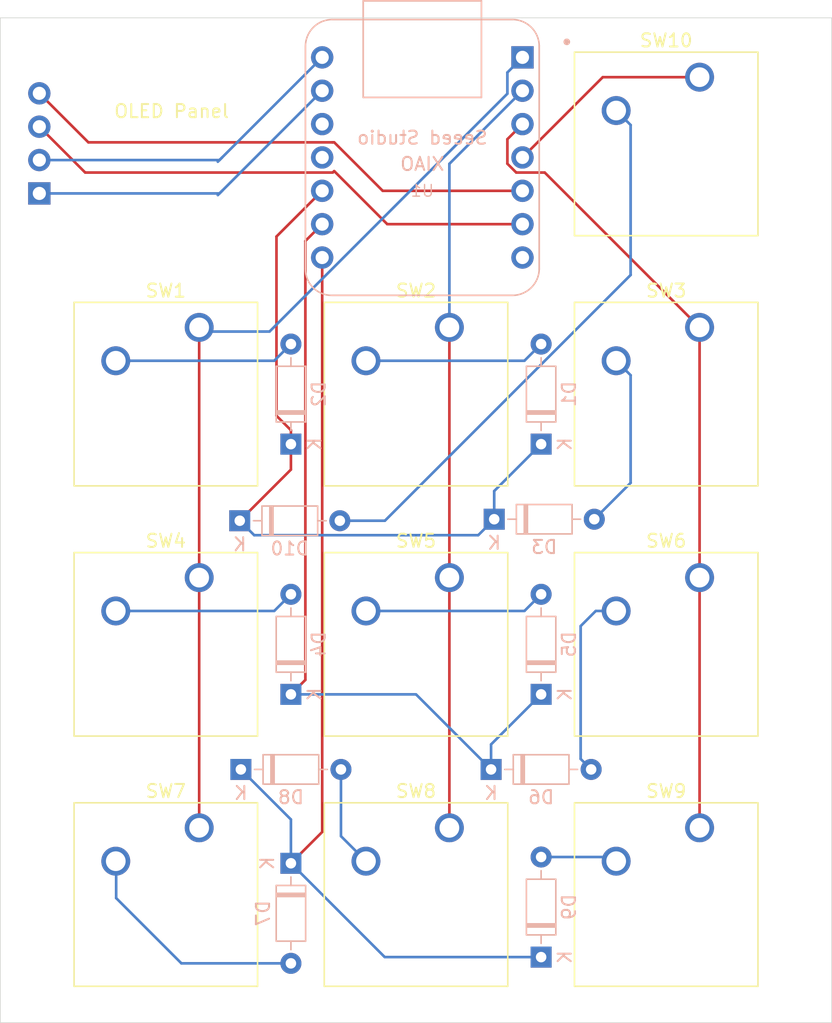
<source format=kicad_pcb>
(kicad_pcb (version 20240108) (generator "pcbnew") (generator_version "8.0")
  (layers (0 "F.Cu" signal) (31 "B.Cu" signal) (34 "B.Paste" user) (35 "F.Paste" user) (36 "B.SilkS" user "B.Silkscreen") (37 "F.SilkS" user "F.Silkscreen") (38 "B.Mask" user) (39 "F.Mask" user) (44 "Edge.Cuts" user))
  (net 0 "")
  (net 1 "Net-(D1-A)")
  (net 2 "Net-(D2-A)")
  (net 3 "Net-(D3-A)")
  (net 4 "Net-(D4-A)")
  (net 5 "Net-(D5-A)")
  (net 6 "Net-(D6-A)")
  (net 7 "Net-(D7-A)")
  (net 8 "Net-(D8-A)")
  (net 9 "Net-(D9-A)")
  (net 10 "VCC")
  (net 11 "GND")
  (net 12 "SCL")
  (net 13 "SDA")
  (net 14 "SW_10")
  (net 15 "ROW0")
  (net 18 "ROW2")
  (net 19 "COL1")
  (net 20 "ROW1")
  (net 21 "COL0")
  (net 22 "COL2")
  (net 23 "COL3")
  (footprint "Button_Switch_Keyboard:SW_Cherry_MX_1.00u_PCB" (layer "F.Cu") (at 40.64 71.12)
    (property "Reference" "SW4" (at -2.54 -2.794 0) (layer "F.SilkS"))
    (property "Value" "SW_Push_45deg")
    (fp_line (start -9.525 -1.905) (end 4.445 -1.905) (stroke (width 0.12)) (layer "F.SilkS"))
    (fp_line (start -9.525 12.065) (end -9.525 -1.905) (stroke (width 0.12)) (layer "F.SilkS"))
    (fp_line (start 4.445 -1.905) (end 4.445 12.065) (stroke (width 0.12)) (layer "F.SilkS"))
    (fp_line (start 4.445 12.065) (end -9.525 12.065) (stroke (width 0.12)) (layer "F.SilkS"))
    (pad "" np_thru_hole circle (at -7.62 5.08) (size 1.7 1.7) (drill 1.7) (layers "*.Cu" "*.Mask"))
    (pad "" np_thru_hole circle (at -2.54 5.08) (size 4 4) (drill 4) (layers "*.Cu" "*.Mask"))
    (pad "" np_thru_hole circle (at 2.54 5.08) (size 1.7 1.7) (drill 1.7) (layers "*.Cu" "*.Mask"))
    (pad "1" thru_hole circle (at 0 0) (size 2.2 2.2) (drill 1.5) (layers "*.Cu" "*.Mask") (net 21 "COL0"))
    (pad "2" thru_hole circle (at -6.35 2.54) (size 2.2 2.2) (drill 1.5) (layers "*.Cu" "*.Mask") (net 4 "Net-(D4-A)"))
  )
  (footprint "Button_Switch_Keyboard:SW_Cherry_MX_1.00u_PCB" (layer "F.Cu") (at 78.74 33.02)
    (property "Reference" "SW10" (at -2.54 -2.794 0) (layer "F.SilkS"))
    (property "Value" "SW_Push")
    (fp_line (start -9.525 -1.905) (end 4.445 -1.905) (stroke (width 0.12)) (layer "F.SilkS"))
    (fp_line (start -9.525 12.065) (end -9.525 -1.905) (stroke (width 0.12)) (layer "F.SilkS"))
    (fp_line (start 4.445 -1.905) (end 4.445 12.065) (stroke (width 0.12)) (layer "F.SilkS"))
    (fp_line (start 4.445 12.065) (end -9.525 12.065) (stroke (width 0.12)) (layer "F.SilkS"))
    (pad "" np_thru_hole circle (at -7.62 5.08) (size 1.7 1.7) (drill 1.7) (layers "*.Cu" "*.Mask"))
    (pad "" np_thru_hole circle (at -2.54 5.08) (size 4 4) (drill 4) (layers "*.Cu" "*.Mask"))
    (pad "" np_thru_hole circle (at 2.54 5.08) (size 1.7 1.7) (drill 1.7) (layers "*.Cu" "*.Mask"))
    (pad "1" thru_hole circle (at 0 0) (size 2.2 2.2) (drill 1.5) (layers "*.Cu" "*.Mask") (net 23 "COL3"))
    (pad "2" thru_hole circle (at -6.35 2.54) (size 2.2 2.2) (drill 1.5) (layers "*.Cu" "*.Mask") (net 14 "SW_10"))
  )
  (footprint "Button_Switch_Keyboard:SW_Cherry_MX_1.00u_PCB" (layer "F.Cu") (at 78.74 90.17)
    (property "Reference" "SW9" (at -2.54 -2.794 0) (layer "F.SilkS"))
    (property "Value" "SW_Push_45deg")
    (fp_line (start -9.525 -1.905) (end 4.445 -1.905) (stroke (width 0.12)) (layer "F.SilkS"))
    (fp_line (start -9.525 12.065) (end -9.525 -1.905) (stroke (width 0.12)) (layer "F.SilkS"))
    (fp_line (start 4.445 -1.905) (end 4.445 12.065) (stroke (width 0.12)) (layer "F.SilkS"))
    (fp_line (start 4.445 12.065) (end -9.525 12.065) (stroke (width 0.12)) (layer "F.SilkS"))
    (pad "" np_thru_hole circle (at -7.62 5.08) (size 1.7 1.7) (drill 1.7) (layers "*.Cu" "*.Mask"))
    (pad "" np_thru_hole circle (at -2.54 5.08) (size 4 4) (drill 4) (layers "*.Cu" "*.Mask"))
    (pad "" np_thru_hole circle (at 2.54 5.08) (size 1.7 1.7) (drill 1.7) (layers "*.Cu" "*.Mask"))
    (pad "1" thru_hole circle (at 0 0) (size 2.2 2.2) (drill 1.5) (layers "*.Cu" "*.Mask") (net 22 "COL2"))
    (pad "2" thru_hole circle (at -6.35 2.54) (size 2.2 2.2) (drill 1.5) (layers "*.Cu" "*.Mask") (net 9 "Net-(D9-A)"))
  )
  (footprint "seeed studio XIAO series local:SSD1306-0.91-OLED-4pin-128x32" (layer "F.Cu") (at 64.97 44.06 180)
    (property "Reference" "J1" (hide yes))
    (property "Value" "OLED_DISPLAY")
    (fp_text user "OLED Panel" (at 26.43 8.45 180) (layer "F.SilkS"))
    (pad "1" thru_hole rect (at 36.5 2.19 180) (size 1.7 1.7) (drill 1) (layers "*.Cu" "*.Mask") (net 11 "GND"))
    (pad "2" thru_hole oval (at 36.5 4.73 180) (size 1.7 1.7) (drill 1) (layers "*.Cu" "*.Mask") (net 10 "VCC"))
    (pad "3" thru_hole oval (at 36.5 7.27 180) (size 1.7 1.7) (drill 1) (layers "*.Cu" "*.Mask") (net 12 "SCL"))
    (pad "4" thru_hole oval (at 36.5 9.81 180) (size 1.7 1.7) (drill 1) (layers "*.Cu" "*.Mask") (net 13 "SDA"))
  )
  (footprint "Button_Switch_Keyboard:SW_Cherry_MX_1.00u_PCB" (layer "F.Cu") (at 40.64 90.17)
    (property "Reference" "SW7" (at -2.54 -2.794 0) (layer "F.SilkS"))
    (property "Value" "SW_Push_45deg")
    (fp_line (start -9.525 -1.905) (end 4.445 -1.905) (stroke (width 0.12)) (layer "F.SilkS"))
    (fp_line (start -9.525 12.065) (end -9.525 -1.905) (stroke (width 0.12)) (layer "F.SilkS"))
    (fp_line (start 4.445 -1.905) (end 4.445 12.065) (stroke (width 0.12)) (layer "F.SilkS"))
    (fp_line (start 4.445 12.065) (end -9.525 12.065) (stroke (width 0.12)) (layer "F.SilkS"))
    (pad "" np_thru_hole circle (at -7.62 5.08) (size 1.7 1.7) (drill 1.7) (layers "*.Cu" "*.Mask"))
    (pad "" np_thru_hole circle (at -2.54 5.08) (size 4 4) (drill 4) (layers "*.Cu" "*.Mask"))
    (pad "" np_thru_hole circle (at 2.54 5.08) (size 1.7 1.7) (drill 1.7) (layers "*.Cu" "*.Mask"))
    (pad "1" thru_hole circle (at 0 0) (size 2.2 2.2) (drill 1.5) (layers "*.Cu" "*.Mask") (net 21 "COL0"))
    (pad "2" thru_hole circle (at -6.35 2.54) (size 2.2 2.2) (drill 1.5) (layers "*.Cu" "*.Mask") (net 7 "Net-(D7-A)"))
  )
  (footprint "Button_Switch_Keyboard:SW_Cherry_MX_1.00u_PCB" (layer "F.Cu") (at 59.69 90.17)
    (property "Reference" "SW8" (at -2.54 -2.794 0) (layer "F.SilkS"))
    (property "Value" "SW_Push_45deg")
    (fp_line (start -9.525 -1.905) (end 4.445 -1.905) (stroke (width 0.12)) (layer "F.SilkS"))
    (fp_line (start -9.525 12.065) (end -9.525 -1.905) (stroke (width 0.12)) (layer "F.SilkS"))
    (fp_line (start 4.445 -1.905) (end 4.445 12.065) (stroke (width 0.12)) (layer "F.SilkS"))
    (fp_line (start 4.445 12.065) (end -9.525 12.065) (stroke (width 0.12)) (layer "F.SilkS"))
    (pad "" np_thru_hole circle (at -7.62 5.08) (size 1.7 1.7) (drill 1.7) (layers "*.Cu" "*.Mask"))
    (pad "" np_thru_hole circle (at -2.54 5.08) (size 4 4) (drill 4) (layers "*.Cu" "*.Mask"))
    (pad "" np_thru_hole circle (at 2.54 5.08) (size 1.7 1.7) (drill 1.7) (layers "*.Cu" "*.Mask"))
    (pad "1" thru_hole circle (at 0 0) (size 2.2 2.2) (drill 1.5) (layers "*.Cu" "*.Mask") (net 19 "COL1"))
    (pad "2" thru_hole circle (at -6.35 2.54) (size 2.2 2.2) (drill 1.5) (layers "*.Cu" "*.Mask") (net 8 "Net-(D8-A)"))
  )
  (footprint "Button_Switch_Keyboard:SW_Cherry_MX_1.00u_PCB" (layer "F.Cu") (at 78.74 52.07)
    (property "Reference" "SW3" (at -2.54 -2.794 0) (layer "F.SilkS"))
    (property "Value" "SW_Push_45deg")
    (fp_line (start -9.525 -1.905) (end 4.445 -1.905) (stroke (width 0.12)) (layer "F.SilkS"))
    (fp_line (start -9.525 12.065) (end -9.525 -1.905) (stroke (width 0.12)) (layer "F.SilkS"))
    (fp_line (start 4.445 -1.905) (end 4.445 12.065) (stroke (width 0.12)) (layer "F.SilkS"))
    (fp_line (start 4.445 12.065) (end -9.525 12.065) (stroke (width 0.12)) (layer "F.SilkS"))
    (pad "" np_thru_hole circle (at -7.62 5.08) (size 1.7 1.7) (drill 1.7) (layers "*.Cu" "*.Mask"))
    (pad "" np_thru_hole circle (at -2.54 5.08) (size 4 4) (drill 4) (layers "*.Cu" "*.Mask"))
    (pad "" np_thru_hole circle (at 2.54 5.08) (size 1.7 1.7) (drill 1.7) (layers "*.Cu" "*.Mask"))
    (pad "1" thru_hole circle (at 0 0) (size 2.2 2.2) (drill 1.5) (layers "*.Cu" "*.Mask") (net 22 "COL2"))
    (pad "2" thru_hole circle (at -6.35 2.54) (size 2.2 2.2) (drill 1.5) (layers "*.Cu" "*.Mask") (net 3 "Net-(D3-A)"))
  )
  (footprint "Button_Switch_Keyboard:SW_Cherry_MX_1.00u_PCB" (layer "F.Cu") (at 78.74 71.12)
    (property "Reference" "SW6" (at -2.54 -2.794 0) (layer "F.SilkS"))
    (property "Value" "SW_Push_45deg")
    (fp_line (start -9.525 -1.905) (end 4.445 -1.905) (stroke (width 0.12)) (layer "F.SilkS"))
    (fp_line (start -9.525 12.065) (end -9.525 -1.905) (stroke (width 0.12)) (layer "F.SilkS"))
    (fp_line (start 4.445 -1.905) (end 4.445 12.065) (stroke (width 0.12)) (layer "F.SilkS"))
    (fp_line (start 4.445 12.065) (end -9.525 12.065) (stroke (width 0.12)) (layer "F.SilkS"))
    (pad "" np_thru_hole circle (at -7.62 5.08) (size 1.7 1.7) (drill 1.7) (layers "*.Cu" "*.Mask"))
    (pad "" np_thru_hole circle (at -2.54 5.08) (size 4 4) (drill 4) (layers "*.Cu" "*.Mask"))
    (pad "" np_thru_hole circle (at 2.54 5.08) (size 1.7 1.7) (drill 1.7) (layers "*.Cu" "*.Mask"))
    (pad "1" thru_hole circle (at 0 0) (size 2.2 2.2) (drill 1.5) (layers "*.Cu" "*.Mask") (net 22 "COL2"))
    (pad "2" thru_hole circle (at -6.35 2.54) (size 2.2 2.2) (drill 1.5) (layers "*.Cu" "*.Mask") (net 6 "Net-(D6-A)"))
  )
  (footprint "Button_Switch_Keyboard:SW_Cherry_MX_1.00u_PCB" (layer "F.Cu") (at 59.69 52.07)
    (property "Reference" "SW2" (at -2.54 -2.794 0) (layer "F.SilkS"))
    (property "Value" "SW_Push_45deg")
    (fp_line (start -9.525 -1.905) (end 4.445 -1.905) (stroke (width 0.12)) (layer "F.SilkS"))
    (fp_line (start -9.525 12.065) (end -9.525 -1.905) (stroke (width 0.12)) (layer "F.SilkS"))
    (fp_line (start 4.445 -1.905) (end 4.445 12.065) (stroke (width 0.12)) (layer "F.SilkS"))
    (fp_line (start 4.445 12.065) (end -9.525 12.065) (stroke (width 0.12)) (layer "F.SilkS"))
    (pad "" np_thru_hole circle (at -7.62 5.08) (size 1.7 1.7) (drill 1.7) (layers "*.Cu" "*.Mask"))
    (pad "" np_thru_hole circle (at -2.54 5.08) (size 4 4) (drill 4) (layers "*.Cu" "*.Mask"))
    (pad "" np_thru_hole circle (at 2.54 5.08) (size 1.7 1.7) (drill 1.7) (layers "*.Cu" "*.Mask"))
    (pad "1" thru_hole circle (at 0 0) (size 2.2 2.2) (drill 1.5) (layers "*.Cu" "*.Mask") (net 19 "COL1"))
    (pad "2" thru_hole circle (at -6.35 2.54) (size 2.2 2.2) (drill 1.5) (layers "*.Cu" "*.Mask") (net 1 "Net-(D1-A)"))
  )
  (footprint "Button_Switch_Keyboard:SW_Cherry_MX_1.00u_PCB" (layer "F.Cu") (at 59.69 71.12)
    (property "Reference" "SW5" (at -2.54 -2.794 0) (layer "F.SilkS"))
    (property "Value" "SW_Push_45deg")
    (fp_line (start -9.525 -1.905) (end 4.445 -1.905) (stroke (width 0.12)) (layer "F.SilkS"))
    (fp_line (start -9.525 12.065) (end -9.525 -1.905) (stroke (width 0.12)) (layer "F.SilkS"))
    (fp_line (start 4.445 -1.905) (end 4.445 12.065) (stroke (width 0.12)) (layer "F.SilkS"))
    (fp_line (start 4.445 12.065) (end -9.525 12.065) (stroke (width 0.12)) (layer "F.SilkS"))
    (pad "" np_thru_hole circle (at -7.62 5.08) (size 1.7 1.7) (drill 1.7) (layers "*.Cu" "*.Mask"))
    (pad "" np_thru_hole circle (at -2.54 5.08) (size 4 4) (drill 4) (layers "*.Cu" "*.Mask"))
    (pad "" np_thru_hole circle (at 2.54 5.08) (size 1.7 1.7) (drill 1.7) (layers "*.Cu" "*.Mask"))
    (pad "1" thru_hole circle (at 0 0) (size 2.2 2.2) (drill 1.5) (layers "*.Cu" "*.Mask") (net 19 "COL1"))
    (pad "2" thru_hole circle (at -6.35 2.54) (size 2.2 2.2) (drill 1.5) (layers "*.Cu" "*.Mask") (net 5 "Net-(D5-A)"))
  )
  (footprint "Button_Switch_Keyboard:SW_Cherry_MX_1.00u_PCB" (layer "F.Cu") (at 40.64 52.07)
    (property "Reference" "SW1" (at -2.54 -2.794 0) (layer "F.SilkS"))
    (property "Value" "SW_Push_45deg")
    (fp_line (start -9.525 -1.905) (end 4.445 -1.905) (stroke (width 0.12)) (layer "F.SilkS"))
    (fp_line (start -9.525 12.065) (end -9.525 -1.905) (stroke (width 0.12)) (layer "F.SilkS"))
    (fp_line (start 4.445 -1.905) (end 4.445 12.065) (stroke (width 0.12)) (layer "F.SilkS"))
    (fp_line (start 4.445 12.065) (end -9.525 12.065) (stroke (width 0.12)) (layer "F.SilkS"))
    (pad "" np_thru_hole circle (at -7.62 5.08) (size 1.7 1.7) (drill 1.7) (layers "*.Cu" "*.Mask"))
    (pad "" np_thru_hole circle (at -2.54 5.08) (size 4 4) (drill 4) (layers "*.Cu" "*.Mask"))
    (pad "" np_thru_hole circle (at 2.54 5.08) (size 1.7 1.7) (drill 1.7) (layers "*.Cu" "*.Mask"))
    (pad "1" thru_hole circle (at 0 0) (size 2.2 2.2) (drill 1.5) (layers "*.Cu" "*.Mask") (net 21 "COL0"))
    (pad "2" thru_hole circle (at -6.35 2.54) (size 2.2 2.2) (drill 1.5) (layers "*.Cu" "*.Mask") (net 2 "Net-(D2-A)"))
  )
  (footprint "Diode_THT:D_DO-35_SOD27_P7.62mm_Horizontal" (layer "B.Cu") (at 66.675 80.01 90)
    (property "Reference" "D5" (at 3.81 2.12 90) (layer "B.SilkS") (effects (justify mirror)))
    (property "Value" "1N4148")
    (fp_line (start 5.93 -1.12) (end 1.69 -1.12) (stroke (width 0.12)) (layer "B.SilkS"))
    (fp_line (start 2.53 -1.12) (end 2.53 1.12) (stroke (width 0.12)) (layer "B.SilkS"))
    (fp_line (start 2.41 -1.12) (end 2.41 1.12) (stroke (width 0.12)) (layer "B.SilkS"))
    (fp_line (start 2.29 -1.12) (end 2.29 1.12) (stroke (width 0.12)) (layer "B.SilkS"))
    (fp_line (start 1.69 -1.12) (end 1.69 1.12) (stroke (width 0.12)) (layer "B.SilkS"))
    (fp_line (start 5.93 0) (end 6.58 0) (stroke (width 0.12)) (layer "B.SilkS"))
    (fp_line (start 1.69 0) (end 1.04 0) (stroke (width 0.12)) (layer "B.SilkS"))
    (fp_line (start 5.93 1.12) (end 5.93 -1.12) (stroke (width 0.12)) (layer "B.SilkS"))
    (fp_line (start 1.69 1.12) (end 5.93 1.12) (stroke (width 0.12)) (layer "B.SilkS"))
    (fp_text user "K" (at 0 1.8 90) (layer "B.SilkS") (effects (justify mirror)))
    (pad "1" thru_hole rect (at 0 0 90) (size 1.6 1.6) (drill 0.8) (layers "*.Cu" "*.Mask") (net 20 "ROW1"))
    (pad "2" thru_hole oval (at 7.62 0 90) (size 1.6 1.6) (drill 0.8) (layers "*.Cu" "*.Mask") (net 5 "Net-(D5-A)"))
  )
  (footprint "Diode_THT:D_DO-35_SOD27_P7.62mm_Horizontal" (layer "B.Cu") (at 43.815 85.725)
    (property "Reference" "D8" (at 3.81 2.12 0) (layer "B.SilkS") (effects (justify mirror)))
    (property "Value" "1N4148")
    (fp_line (start 1.69 -1.12) (end 1.69 1.12) (stroke (width 0.12)) (layer "B.SilkS"))
    (fp_line (start 1.69 0) (end 1.04 0) (stroke (width 0.12)) (layer "B.SilkS"))
    (fp_line (start 1.69 1.12) (end 5.93 1.12) (stroke (width 0.12)) (layer "B.SilkS"))
    (fp_line (start 2.29 -1.12) (end 2.29 1.12) (stroke (width 0.12)) (layer "B.SilkS"))
    (fp_line (start 2.41 -1.12) (end 2.41 1.12) (stroke (width 0.12)) (layer "B.SilkS"))
    (fp_line (start 2.53 -1.12) (end 2.53 1.12) (stroke (width 0.12)) (layer "B.SilkS"))
    (fp_line (start 5.93 -1.12) (end 1.69 -1.12) (stroke (width 0.12)) (layer "B.SilkS"))
    (fp_line (start 5.93 0) (end 6.58 0) (stroke (width 0.12)) (layer "B.SilkS"))
    (fp_line (start 5.93 1.12) (end 5.93 -1.12) (stroke (width 0.12)) (layer "B.SilkS"))
    (fp_text user "K" (at 0 1.8 0) (layer "B.SilkS") (effects (justify mirror)))
    (pad "1" thru_hole rect (at 0 0) (size 1.6 1.6) (drill 0.8) (layers "*.Cu" "*.Mask") (net 18 "ROW2"))
    (pad "2" thru_hole oval (at 7.62 0) (size 1.6 1.6) (drill 0.8) (layers "*.Cu" "*.Mask") (net 8 "Net-(D8-A)"))
  )
  (footprint "Diode_THT:D_DO-35_SOD27_P7.62mm_Horizontal" (layer "B.Cu") (at 66.675 100.0125 90)
    (property "Reference" "D9" (at 3.81 2.12 90) (layer "B.SilkS") (effects (justify mirror)))
    (property "Value" "1N4148")
    (fp_line (start 5.93 -1.12) (end 1.69 -1.12) (stroke (width 0.12)) (layer "B.SilkS"))
    (fp_line (start 2.53 -1.12) (end 2.53 1.12) (stroke (width 0.12)) (layer "B.SilkS"))
    (fp_line (start 2.41 -1.12) (end 2.41 1.12) (stroke (width 0.12)) (layer "B.SilkS"))
    (fp_line (start 2.29 -1.12) (end 2.29 1.12) (stroke (width 0.12)) (layer "B.SilkS"))
    (fp_line (start 1.69 -1.12) (end 1.69 1.12) (stroke (width 0.12)) (layer "B.SilkS"))
    (fp_line (start 5.93 0) (end 6.58 0) (stroke (width 0.12)) (layer "B.SilkS"))
    (fp_line (start 1.69 0) (end 1.04 0) (stroke (width 0.12)) (layer "B.SilkS"))
    (fp_line (start 5.93 1.12) (end 5.93 -1.12) (stroke (width 0.12)) (layer "B.SilkS"))
    (fp_line (start 1.69 1.12) (end 5.93 1.12) (stroke (width 0.12)) (layer "B.SilkS"))
    (fp_text user "K" (at 0 1.8 90) (layer "B.SilkS") (effects (justify mirror)))
    (pad "1" thru_hole rect (at 0 0 90) (size 1.6 1.6) (drill 0.8) (layers "*.Cu" "*.Mask") (net 18 "ROW2"))
    (pad "2" thru_hole oval (at 7.62 0 90) (size 1.6 1.6) (drill 0.8) (layers "*.Cu" "*.Mask") (net 9 "Net-(D9-A)"))
  )
  (footprint "Diode_THT:D_DO-35_SOD27_P7.62mm_Horizontal" (layer "B.Cu") (at 66.675 60.96 90)
    (property "Reference" "D1" (at 3.81 2.12 90) (layer "B.SilkS") (effects (justify mirror)))
    (property "Value" "1N4148")
    (fp_line (start 5.93 -1.12) (end 1.69 -1.12) (stroke (width 0.12)) (layer "B.SilkS"))
    (fp_line (start 2.53 -1.12) (end 2.53 1.12) (stroke (width 0.12)) (layer "B.SilkS"))
    (fp_line (start 2.41 -1.12) (end 2.41 1.12) (stroke (width 0.12)) (layer "B.SilkS"))
    (fp_line (start 2.29 -1.12) (end 2.29 1.12) (stroke (width 0.12)) (layer "B.SilkS"))
    (fp_line (start 1.69 -1.12) (end 1.69 1.12) (stroke (width 0.12)) (layer "B.SilkS"))
    (fp_line (start 5.93 0) (end 6.58 0) (stroke (width 0.12)) (layer "B.SilkS"))
    (fp_line (start 1.69 0) (end 1.04 0) (stroke (width 0.12)) (layer "B.SilkS"))
    (fp_line (start 5.93 1.12) (end 5.93 -1.12) (stroke (width 0.12)) (layer "B.SilkS"))
    (fp_line (start 1.69 1.12) (end 5.93 1.12) (stroke (width 0.12)) (layer "B.SilkS"))
    (fp_text user "K" (at 0 1.8 90) (layer "B.SilkS") (effects (justify mirror)))
    (pad "1" thru_hole rect (at 0 0 90) (size 1.6 1.6) (drill 0.8) (layers "*.Cu" "*.Mask") (net 15 "ROW0"))
    (pad "2" thru_hole oval (at 7.62 0 90) (size 1.6 1.6) (drill 0.8) (layers "*.Cu" "*.Mask") (net 1 "Net-(D1-A)"))
  )
  (footprint "Diode_THT:D_DO-35_SOD27_P7.62mm_Horizontal" (layer "B.Cu") (at 47.625 92.86875 -90)
    (property "Reference" "D7" (at 3.81 2.12 90) (layer "B.SilkS") (effects (justify mirror)))
    (property "Value" "1N4148")
    (fp_line (start 1.69 1.12) (end 5.93 1.12) (stroke (width 0.12)) (layer "B.SilkS"))
    (fp_line (start 5.93 1.12) (end 5.93 -1.12) (stroke (width 0.12)) (layer "B.SilkS"))
    (fp_line (start 1.69 0) (end 1.04 0) (stroke (width 0.12)) (layer "B.SilkS"))
    (fp_line (start 5.93 0) (end 6.58 0) (stroke (width 0.12)) (layer "B.SilkS"))
    (fp_line (start 1.69 -1.12) (end 1.69 1.12) (stroke (width 0.12)) (layer "B.SilkS"))
    (fp_line (start 2.29 -1.12) (end 2.29 1.12) (stroke (width 0.12)) (layer "B.SilkS"))
    (fp_line (start 2.41 -1.12) (end 2.41 1.12) (stroke (width 0.12)) (layer "B.SilkS"))
    (fp_line (start 2.53 -1.12) (end 2.53 1.12) (stroke (width 0.12)) (layer "B.SilkS"))
    (fp_line (start 5.93 -1.12) (end 1.69 -1.12) (stroke (width 0.12)) (layer "B.SilkS"))
    (fp_text user "K" (at 0 1.8 90) (layer "B.SilkS") (effects (justify mirror)))
    (pad "1" thru_hole rect (at 0 0 270) (size 1.6 1.6) (drill 0.8) (layers "*.Cu" "*.Mask") (net 18 "ROW2"))
    (pad "2" thru_hole oval (at 7.62 0 270) (size 1.6 1.6) (drill 0.8) (layers "*.Cu" "*.Mask") (net 7 "Net-(D7-A)"))
  )
  (footprint "Diode_THT:D_DO-35_SOD27_P7.62mm_Horizontal" (layer "B.Cu") (at 43.73 66.79)
    (property "Reference" "D10" (at 3.81 2.12 0) (layer "B.SilkS") (effects (justify mirror)))
    (property "Value" "1N4148")
    (fp_line (start 1.69 -1.12) (end 1.69 1.12) (stroke (width 0.12)) (layer "B.SilkS"))
    (fp_line (start 1.69 0) (end 1.04 0) (stroke (width 0.12)) (layer "B.SilkS"))
    (fp_line (start 1.69 1.12) (end 5.93 1.12) (stroke (width 0.12)) (layer "B.SilkS"))
    (fp_line (start 2.29 -1.12) (end 2.29 1.12) (stroke (width 0.12)) (layer "B.SilkS"))
    (fp_line (start 2.41 -1.12) (end 2.41 1.12) (stroke (width 0.12)) (layer "B.SilkS"))
    (fp_line (start 2.53 -1.12) (end 2.53 1.12) (stroke (width 0.12)) (layer "B.SilkS"))
    (fp_line (start 5.93 -1.12) (end 1.69 -1.12) (stroke (width 0.12)) (layer "B.SilkS"))
    (fp_line (start 5.93 0) (end 6.58 0) (stroke (width 0.12)) (layer "B.SilkS"))
    (fp_line (start 5.93 1.12) (end 5.93 -1.12) (stroke (width 0.12)) (layer "B.SilkS"))
    (fp_text user "K" (at 0 1.8 0) (layer "B.SilkS") (effects (justify mirror)))
    (pad "1" thru_hole rect (at 0 0) (size 1.6 1.6) (drill 0.8) (layers "*.Cu" "*.Mask") (net 15 "ROW0"))
    (pad "2" thru_hole oval (at 7.62 0) (size 1.6 1.6) (drill 0.8) (layers "*.Cu" "*.Mask") (net 14 "SW_10"))
  )
  (footprint "Diode_THT:D_DO-35_SOD27_P7.62mm_Horizontal" (layer "B.Cu") (at 63.103125 66.675)
    (property "Reference" "D3" (at 3.81 2.12 0) (layer "B.SilkS") (effects (justify mirror)))
    (property "Value" "1N4148")
    (fp_line (start 1.69 -1.12) (end 1.69 1.12) (stroke (width 0.12)) (layer "B.SilkS"))
    (fp_line (start 1.69 0) (end 1.04 0) (stroke (width 0.12)) (layer "B.SilkS"))
    (fp_line (start 1.69 1.12) (end 5.93 1.12) (stroke (width 0.12)) (layer "B.SilkS"))
    (fp_line (start 2.29 -1.12) (end 2.29 1.12) (stroke (width 0.12)) (layer "B.SilkS"))
    (fp_line (start 2.41 -1.12) (end 2.41 1.12) (stroke (width 0.12)) (layer "B.SilkS"))
    (fp_line (start 2.53 -1.12) (end 2.53 1.12) (stroke (width 0.12)) (layer "B.SilkS"))
    (fp_line (start 5.93 -1.12) (end 1.69 -1.12) (stroke (width 0.12)) (layer "B.SilkS"))
    (fp_line (start 5.93 0) (end 6.58 0) (stroke (width 0.12)) (layer "B.SilkS"))
    (fp_line (start 5.93 1.12) (end 5.93 -1.12) (stroke (width 0.12)) (layer "B.SilkS"))
    (fp_text user "K" (at 0 1.8 0) (layer "B.SilkS") (effects (justify mirror)))
    (pad "1" thru_hole rect (at 0 0) (size 1.6 1.6) (drill 0.8) (layers "*.Cu" "*.Mask") (net 15 "ROW0"))
    (pad "2" thru_hole oval (at 7.62 0) (size 1.6 1.6) (drill 0.8) (layers "*.Cu" "*.Mask") (net 3 "Net-(D3-A)"))
  )
  (footprint "Diode_THT:D_DO-35_SOD27_P7.62mm_Horizontal" (layer "B.Cu") (at 47.625 60.96 90)
    (property "Reference" "D2" (at 3.81 2.12 90) (layer "B.SilkS") (effects (justify mirror)))
    (property "Value" "1N4148")
    (fp_line (start 5.93 -1.12) (end 1.69 -1.12) (stroke (width 0.12)) (layer "B.SilkS"))
    (fp_line (start 2.53 -1.12) (end 2.53 1.12) (stroke (width 0.12)) (layer "B.SilkS"))
    (fp_line (start 2.41 -1.12) (end 2.41 1.12) (stroke (width 0.12)) (layer "B.SilkS"))
    (fp_line (start 2.29 -1.12) (end 2.29 1.12) (stroke (width 0.12)) (layer "B.SilkS"))
    (fp_line (start 1.69 -1.12) (end 1.69 1.12) (stroke (width 0.12)) (layer "B.SilkS"))
    (fp_line (start 5.93 0) (end 6.58 0) (stroke (width 0.12)) (layer "B.SilkS"))
    (fp_line (start 1.69 0) (end 1.04 0) (stroke (width 0.12)) (layer "B.SilkS"))
    (fp_line (start 5.93 1.12) (end 5.93 -1.12) (stroke (width 0.12)) (layer "B.SilkS"))
    (fp_line (start 1.69 1.12) (end 5.93 1.12) (stroke (width 0.12)) (layer "B.SilkS"))
    (fp_text user "K" (at 0 1.8 90) (layer "B.SilkS") (effects (justify mirror)))
    (pad "1" thru_hole rect (at 0 0 90) (size 1.6 1.6) (drill 0.8) (layers "*.Cu" "*.Mask") (net 15 "ROW0"))
    (pad "2" thru_hole oval (at 7.62 0 90) (size 1.6 1.6) (drill 0.8) (layers "*.Cu" "*.Mask") (net 2 "Net-(D2-A)"))
  )
  (footprint "Diode_THT:D_DO-35_SOD27_P7.62mm_Horizontal" (layer "B.Cu") (at 47.625 80.01 90)
    (property "Reference" "D4" (at 3.81 2.12 90) (layer "B.SilkS") (effects (justify mirror)))
    (property "Value" "1N4148")
    (fp_line (start 5.93 -1.12) (end 1.69 -1.12) (stroke (width 0.12)) (layer "B.SilkS"))
    (fp_line (start 2.53 -1.12) (end 2.53 1.12) (stroke (width 0.12)) (layer "B.SilkS"))
    (fp_line (start 2.41 -1.12) (end 2.41 1.12) (stroke (width 0.12)) (layer "B.SilkS"))
    (fp_line (start 2.29 -1.12) (end 2.29 1.12) (stroke (width 0.12)) (layer "B.SilkS"))
    (fp_line (start 1.69 -1.12) (end 1.69 1.12) (stroke (width 0.12)) (layer "B.SilkS"))
    (fp_line (start 5.93 0) (end 6.58 0) (stroke (width 0.12)) (layer "B.SilkS"))
    (fp_line (start 1.69 0) (end 1.04 0) (stroke (width 0.12)) (layer "B.SilkS"))
    (fp_line (start 5.93 1.12) (end 5.93 -1.12) (stroke (width 0.12)) (layer "B.SilkS"))
    (fp_line (start 1.69 1.12) (end 5.93 1.12) (stroke (width 0.12)) (layer "B.SilkS"))
    (fp_text user "K" (at 0 1.8 90) (layer "B.SilkS") (effects (justify mirror)))
    (pad "1" thru_hole rect (at 0 0 90) (size 1.6 1.6) (drill 0.8) (layers "*.Cu" "*.Mask") (net 20 "ROW1"))
    (pad "2" thru_hole oval (at 7.62 0 90) (size 1.6 1.6) (drill 0.8) (layers "*.Cu" "*.Mask") (net 4 "Net-(D4-A)"))
  )
  (footprint "seeed studio XIAO series local:XIAO-Generic-Thruhole-14P-2.54-21X17.8MM" (layer "B.Cu") (at 57.63125 39.131875 180)
    (property "Reference" "U1" (at 0 -2.54 0) (layer "B.SilkS") (effects (font (size 0.889 0.889) (thickness 0.1016)) (justify mirror)))
    (property "Value" "Seeed Studio XIAO SAMD21" (hide yes))
    (fp_line (start 8.9 8.5) (end 8.9 -8.5) (stroke (width 0.127)) (layer "B.SilkS"))
    (fp_line (start 6.9 -10.5) (end -6.9 -10.5) (stroke (width 0.127)) (layer "B.SilkS"))
    (fp_line (start 4.5 11.92403) (end -4.5 11.92403) (stroke (width 0.127)) (layer "B.SilkS"))
    (fp_line (start 4.5 4.57073) (end 4.5 11.92403) (stroke (width 0.127)) (layer "B.SilkS"))
    (fp_line (start -4.5 11.92403) (end -4.5 4.57073) (stroke (width 0.127)) (layer "B.SilkS"))
    (fp_line (start -4.5 4.57073) (end 4.5 4.57073) (stroke (width 0.127)) (layer "B.SilkS"))
    (fp_line (start -6.9 10.49909) (end 6.9 10.49909) (stroke (width 0.127)) (layer "B.SilkS"))
    (fp_line (start -8.9 -8.5) (end -8.9 8.5) (stroke (width 0.127)) (layer "B.SilkS"))
    (fp_arc (start 8.9 8.5) (mid 8.301492 9.901492) (end 6.9 10.5) (stroke (width 0.12)) (layer "B.SilkS"))
    (fp_arc (start 6.9 -10.5) (mid 8.314214 -9.914214) (end 8.9 -8.5) (stroke (width 0.12)) (layer "B.SilkS"))
    (fp_arc (start -6.9 10.5) (mid -8.301491 9.901491) (end -8.9 8.5) (stroke (width 0.12)) (layer "B.SilkS"))
    (fp_arc (start -8.9 -8.5) (mid -8.301423 -9.901423) (end -6.9 -10.5) (stroke (width 0.12)) (layer "B.SilkS"))
    (fp_circle (center -11 8.8) (end -11 9.054) (fill solid) (layer "B.SilkS"))
    (fp_poly (pts (xy -8.887715 8.561705) (xy -8.884667 8.610473) (xy -8.880603 8.659494)) (stroke (width 0.0254)) (fill none) (layer "B.SilkS"))
    (fp_poly (pts (xy 8.889492 -8.521574) (xy 8.887713 -8.57085) (xy 8.884665 -8.619618) (xy 8.880601 -8.668639) (xy 8.875268 -8.717407) (xy 8.868664 -8.766175) (xy 8.861044 -8.81469) (xy 8.852153 -8.86295) (xy 8.842248 -8.910955)) (stroke (width 0.0254)) (fill none) (layer "B.SilkS"))
    (fp_text user "XIAO" (at 0 -0.5 0) (layer "B.SilkS") (effects (justify mirror)))
    (fp_text user "Seeed Studio" (at 0 1.5 0) (layer "B.SilkS") (effects (justify mirror)))
    (pad "1" thru_hole rect (at -7.625 7.62 180) (size 1.7 1.7) (drill 1) (layers "*.Cu" "*.Mask") (net 21 "COL0"))
    (pad "2" thru_hole circle (at -7.625 5.08 180) (size 1.7 1.7) (drill 1) (layers "*.Cu" "*.Mask") (net 19 "COL1"))
    (pad "3" thru_hole circle (at -7.625 2.54 180) (size 1.7 1.7) (drill 1) (layers "*.Cu" "*.Mask") (net 22 "COL2"))
    (pad "4" thru_hole circle (at -7.625 0 180) (size 1.7 1.7) (drill 1) (layers "*.Cu" "*.Mask") (net 23 "COL3"))
    (pad "5" thru_hole circle (at -7.625 -2.54 180) (size 1.7 1.7) (drill 1) (layers "*.Cu" "*.Mask") (net 13 "SDA"))
    (pad "6" thru_hole circle (at -7.625 -5.08) (size 1.7 1.7) (drill 1) (layers "*.Cu" "*.Mask") (net 12 "SCL"))
    (pad "7" thru_hole circle (at -7.625 -7.62 180) (size 1.7 1.7) (drill 1) (layers "*.Cu" "*.Mask"))
    (pad "8" thru_hole circle (at 7.625 -7.62 180) (size 1.7 1.7) (drill 1) (layers "*.Cu" "*.Mask") (net 18 "ROW2"))
    (pad "9" thru_hole circle (at 7.625 -5.08 180) (size 1.7 1.7) (drill 1) (layers "*.Cu" "*.Mask") (net 20 "ROW1"))
    (pad "10" thru_hole circle (at 7.625 -2.54 180) (size 1.7 1.7) (drill 1) (layers "*.Cu" "*.Mask") (net 15 "ROW0"))
    (pad "11" thru_hole circle (at 7.625 0 180) (size 1.7 1.7) (drill 1) (layers "*.Cu" "*.Mask"))
    (pad "12" thru_hole circle (at 7.625 2.54 180) (size 1.7 1.7) (drill 1) (layers "*.Cu" "*.Mask"))
    (pad "13" thru_hole circle (at 7.625 5.08 180) (size 1.7 1.7) (drill 1) (layers "*.Cu" "*.Mask") (net 11 "GND"))
    (pad "14" thru_hole circle (at 7.625 7.62 180) (size 1.7 1.7) (drill 1) (layers "*.Cu" "*.Mask") (net 10 "VCC"))
  )
  (footprint "Diode_THT:D_DO-35_SOD27_P7.62mm_Horizontal" (layer "B.Cu") (at 62.865 85.725)
    (property "Reference" "D6" (at 3.81 2.12 0) (layer "B.SilkS") (effects (justify mirror)))
    (property "Value" "1N4148")
    (fp_line (start 1.69 -1.12) (end 1.69 1.12) (stroke (width 0.12)) (layer "B.SilkS"))
    (fp_line (start 1.69 0) (end 1.04 0) (stroke (width 0.12)) (layer "B.SilkS"))
    (fp_line (start 1.69 1.12) (end 5.93 1.12) (stroke (width 0.12)) (layer "B.SilkS"))
    (fp_line (start 2.29 -1.12) (end 2.29 1.12) (stroke (width 0.12)) (layer "B.SilkS"))
    (fp_line (start 2.41 -1.12) (end 2.41 1.12) (stroke (width 0.12)) (layer "B.SilkS"))
    (fp_line (start 2.53 -1.12) (end 2.53 1.12) (stroke (width 0.12)) (layer "B.SilkS"))
    (fp_line (start 5.93 -1.12) (end 1.69 -1.12) (stroke (width 0.12)) (layer "B.SilkS"))
    (fp_line (start 5.93 0) (end 6.58 0) (stroke (width 0.12)) (layer "B.SilkS"))
    (fp_line (start 5.93 1.12) (end 5.93 -1.12) (stroke (width 0.12)) (layer "B.SilkS"))
    (fp_text user "K" (at 0 1.8 0) (layer "B.SilkS") (effects (justify mirror)))
    (pad "1" thru_hole rect (at 0 0) (size 1.6 1.6) (drill 0.8) (layers "*.Cu" "*.Mask") (net 20 "ROW1"))
    (pad "2" thru_hole oval (at 7.62 0) (size 1.6 1.6) (drill 0.8) (layers "*.Cu" "*.Mask") (net 6 "Net-(D6-A)"))
  )
  (gr_rect (start 25.5 28.5) (end 88.8 105) (stroke (width 0.05)) (fill none) (layer "Edge.Cuts"))
  (segment (start 65.405 54.61) (end 66.675 53.34) (width 0.2) (layer "B.Cu") (net 1))
  (segment (start 53.34 54.61) (end 65.405 54.61) (width 0.2) (layer "B.Cu") (net 1))
  (segment (start 34.29 54.61) (end 46.355 54.61) (width 0.2) (layer "B.Cu") (net 2))
  (segment (start 46.355 54.61) (end 47.625 53.34) (width 0.2) (layer "B.Cu") (net 2))
  (segment (start 73.489999 63.908126) (end 73.489999 55.709999) (width 0.2) (layer "B.Cu") (net 3))
  (segment (start 70.723125 66.675) (end 73.489999 63.908126) (width 0.2) (layer "B.Cu") (net 3))
  (segment (start 73.489999 55.709999) (end 72.39 54.61) (width 0.2) (layer "B.Cu") (net 3))
  (segment (start 46.355 73.66) (end 47.625 72.39) (width 0.2) (layer "B.Cu") (net 4))
  (segment (start 34.29 73.66) (end 46.355 73.66) (width 0.2) (layer "B.Cu") (net 4))
  (segment (start 65.405 73.66) (end 53.34 73.66) (width 0.2) (layer "B.Cu") (net 5))
  (segment (start 66.675 72.39) (end 65.405 73.66) (width 0.2) (layer "B.Cu") (net 5))
  (segment (start 70.485 85.725) (end 69.685001 84.925001) (width 0.2) (layer "B.Cu") (net 6))
  (segment (start 70.834366 73.66) (end 72.39 73.66) (width 0.2) (layer "B.Cu") (net 6))
  (segment (start 69.685001 74.809365) (end 70.834366 73.66) (width 0.2) (layer "B.Cu") (net 6))
  (segment (start 69.685001 84.925001) (end 69.685001 74.809365) (width 0.2) (layer "B.Cu") (net 6))
  (segment (start 47.625 100.48875) (end 39.28875 100.48875) (width 0.2) (layer "B.Cu") (net 7))
  (segment (start 34.32 92.74) (end 34.29 92.71) (width 0.2) (layer "B.Cu") (net 7))
  (segment (start 39.28875 100.48875) (end 34.32 95.52) (width 0.2) (layer "B.Cu") (net 7))
  (segment (start 34.32 95.52) (end 34.32 92.74) (width 0.2) (layer "B.Cu") (net 7))
  (segment (start 51.435 85.725) (end 51.435 90.805) (width 0.2) (layer "B.Cu") (net 8))
  (segment (start 51.435 90.805) (end 53.34 92.71) (width 0.2) (layer "B.Cu") (net 8))
  (segment (start 72.0725 92.3925) (end 72.39 92.71) (width 0.2) (layer "B.Cu") (net 9))
  (segment (start 66.675 92.3925) (end 72.0725 92.3925) (width 0.2) (layer "B.Cu") (net 9))
  (segment (start 28.47 39.33) (end 42.188124 39.33) (width 0.2) (layer "B.Cu") (net 10))
  (segment (start 42.188124 39.33) (end 42.384062 39.134062) (width 0.2) (layer "B.Cu") (net 10))
  (segment (start 42.384062 39.134062) (end 50.00625 31.511875) (width 0.2) (layer "B.Cu") (net 10))
  (segment (start 42.058125 39.46) (end 42.384062 39.134062) (width 0.2) (layer "B.Cu") (net 10))
  (segment (start 42.394062 41.664062) (end 50.00625 34.051875) (width 0.2) (layer "B.Cu") (net 11))
  (segment (start 42.058125 42) (end 42.394062 41.664062) (width 0.2) (layer "B.Cu") (net 11))
  (segment (start 28.47 41.87) (end 42.188124 41.87) (width 0.2) (layer "B.Cu") (net 11))
  (segment (start 42.188124 41.87) (end 42.394062 41.664062) (width 0.2) (layer "B.Cu") (net 11))
  (segment (start 31.961875 40.281875) (end 50.808125 40.281875) (width 0.2) (layer "F.Cu") (net 12))
  (segment (start 28.47 36.79) (end 31.961875 40.281875) (width 0.2) (layer "F.Cu") (net 12))
  (segment (start 50.808125 40.281875) (end 50.92 40.17) (width 0.2) (layer "F.Cu") (net 12))
  (segment (start 54.961875 44.211875) (end 65.25625 44.211875) (width 0.2) (layer "F.Cu") (net 12))
  (segment (start 50.92 40.17) (end 54.961875 44.211875) (width 0.2) (layer "F.Cu") (net 12))
  (segment (start 50.788125 37.981875) (end 50.79 37.98) (width 0.2) (layer "F.Cu") (net 13))
  (segment (start 54.611875 41.671875) (end 65.25625 41.671875) (width 0.2) (layer "F.Cu") (net 13))
  (segment (start 50.92 37.98) (end 54.611875 41.671875) (width 0.2) (layer "F.Cu") (net 13))
  (segment (start 50.79 37.98) (end 50.92 37.98) (width 0.2) (layer "F.Cu") (net 13))
  (segment (start 32.201875 37.981875) (end 50.788125 37.981875) (width 0.2) (layer "F.Cu") (net 13))
  (segment (start 28.47 34.25) (end 32.201875 37.981875) (width 0.2) (layer "F.Cu") (net 13))
  (segment (start 72.271875 35.441875) (end 72.39 35.56) (width 0.2) (layer "F.Cu") (net 14))
  (segment (start 72.32 36.055686) (end 72.39 35.985686) (width 0.2) (layer "F.Cu") (net 14))
  (segment (start 72.39 35.985686) (end 72.39 35.96) (width 0.2) (layer "F.Cu") (net 14))
  (segment (start 73.489999 36.659999) (end 72.39 35.56) (width 0.2) (layer "B.Cu") (net 14))
  (segment (start 54.780635 66.79) (end 73.489999 48.080636) (width 0.2) (layer "B.Cu") (net 14))
  (segment (start 51.35 66.79) (end 54.780635 66.79) (width 0.2) (layer "B.Cu") (net 14))
  (segment (start 73.489999 48.080636) (end 73.489999 36.659999) (width 0.2) (layer "B.Cu") (net 14))
  (segment (start 46.525 58.797944) (end 46.525 45.153125) (width 0.2) (layer "F.Cu") (net 15))
  (segment (start 47.625 60.96) (end 47.625 59.897944) (width 0.2) (layer "F.Cu") (net 15))
  (segment (start 47.625 62.895) (end 43.73 66.79) (width 0.2) (layer "F.Cu") (net 15))
  (segment (start 47.625 60.96) (end 47.625 62.895) (width 0.2) (layer "F.Cu") (net 15))
  (segment (start 47.625 59.897944) (end 46.525 58.797944) (width 0.2) (layer "F.Cu") (net 15))
  (segment (start 43.64 66.79) (end 43.6 66.75) (width 0.2) (layer "F.Cu") (net 15))
  (segment (start 50.00625 41.671875) (end 46.525 45.153125) (width 0.2) (layer "F.Cu") (net 15))
  (segment (start 63.103125 66.675) (end 63.103125 64.531875) (width 0.2) (layer "B.Cu") (net 15))
  (segment (start 63.103125 64.531875) (end 66.675 60.96) (width 0.2) (layer "B.Cu") (net 15))
  (segment (start 44.83 67.89) (end 61.888125 67.89) (width 0.2) (layer "B.Cu") (net 15))
  (segment (start 61.888125 67.89) (end 63.103125 66.675) (width 0.2) (layer "B.Cu") (net 15))
  (segment (start 43.73 66.79) (end 44.83 67.89) (width 0.2) (layer "B.Cu") (net 15))
  (segment (start 50.00625 90.4875) (end 50.00625 46.751875) (width 0.2) (layer "F.Cu") (net 18))
  (segment (start 47.625 92.86875) (end 50.00625 90.4875) (width 0.2) (layer "F.Cu") (net 18))
  (segment (start 47.625 89.535) (end 43.815 85.725) (width 0.2) (layer "B.Cu") (net 18))
  (segment (start 54.76875 100.0125) (end 66.675 100.0125) (width 0.2) (layer "B.Cu") (net 18))
  (segment (start 47.625 92.86875) (end 47.625 89.535) (width 0.2) (layer "B.Cu") (net 18))
  (segment (start 47.625 92.86875) (end 54.76875 100.0125) (width 0.2) (layer "B.Cu") (net 18))
  (segment (start 59.69 52.07) (end 59.69 90.17) (width 0.2) (layer "F.Cu") (net 19))
  (segment (start 59.69 39.618125) (end 65.25625 34.051875) (width 0.2) (layer "B.Cu") (net 19))
  (segment (start 59.69 52.07) (end 59.69 39.618125) (width 0.2) (layer "B.Cu") (net 19))
  (segment (start 50.00625 44.211875) (end 48.725 45.493125) (width 0.2) (layer "F.Cu") (net 20))
  (segment (start 48.725 78.91) (end 48.725 45.493125) (width 0.2) (layer "F.Cu") (net 20))
  (segment (start 47.625 80.01) (end 48.725 78.91) (width 0.2) (layer "F.Cu") (net 20))
  (segment (start 62.865 85.725) (end 62.865 83.82) (width 0.2) (layer "B.Cu") (net 20))
  (segment (start 57.15 80.01) (end 62.865 85.725) (width 0.2) (layer "B.Cu") (net 20))
  (segment (start 62.865 83.82) (end 66.675 80.01) (width 0.2) (layer "B.Cu") (net 20))
  (segment (start 47.625 80.01) (end 57.15 80.01) (width 0.2) (layer "B.Cu") (net 20))
  (segment (start 40.64 52.07) (end 40.64 90.17) (width 0.2) (layer "F.Cu") (net 21))
  (segment (start 40.64 52.22875) (end 40.48125 52.3875) (width 0.2) (layer "B.Cu") (net 21))
  (segment (start 40.64 52.07) (end 40.64 52.22875) (width 0.2) (layer "B.Cu") (net 21))
  (segment (start 64.10625 32.661875) (end 65.25625 31.511875) (width 0.2) (layer "B.Cu") (net 21))
  (segment (start 64.10625 32.661875) (end 64.10625 34.278221) (width 0.2) (layer "B.Cu") (net 21))
  (segment (start 40.48125 52.3875) (end 45.996971 52.3875) (width 0.2) (layer "B.Cu") (net 21))
  (segment (start 45.996971 52.3875) (end 64.10625 34.278221) (width 0.2) (layer "B.Cu") (net 21))
  (segment (start 64.10625 39.608221) (end 64.10625 37.741875) (width 0.2) (layer "F.Cu") (net 22))
  (segment (start 64.10625 37.741875) (end 65.25625 36.591875) (width 0.2) (layer "F.Cu") (net 22))
  (segment (start 66.951875 40.281875) (end 64.779904 40.281875) (width 0.2) (layer "F.Cu") (net 22))
  (segment (start 78.74 52.07) (end 66.951875 40.281875) (width 0.2) (layer "F.Cu") (net 22))
  (segment (start 78.74 52.07) (end 78.74 90.17) (width 0.2) (layer "F.Cu") (net 22))
  (segment (start 64.779904 40.281875) (end 64.10625 39.608221) (width 0.2) (layer "F.Cu") (net 22))
  (segment (start 71.368125 33.02) (end 65.25625 39.131875) (width 0.2) (layer "F.Cu") (net 23))
  (segment (start 78.74 33.02) (end 78.621875 32.901875) (width 0.2) (layer "F.Cu") (net 23))
  (segment (start 78.74 33.02) (end 71.368125 33.02) (width 0.2) (layer "F.Cu") (net 23))
)
</source>
